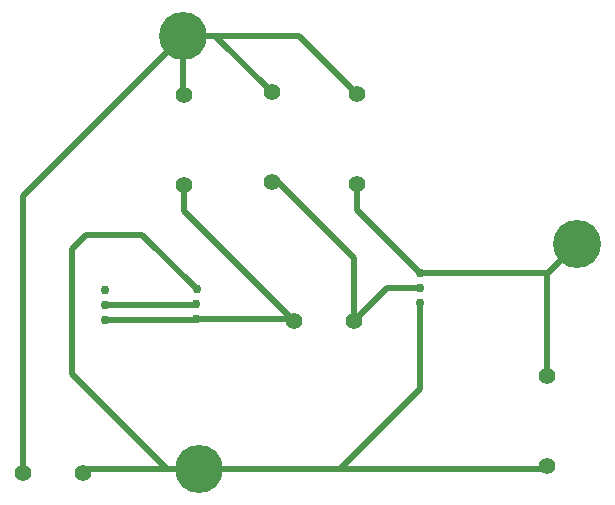
<source format=gtl>
G04 (created by PCBNEW (2013-07-07 BZR 4022)-stable) date 1/20/2015 11:29:37 PM*
%MOIN*%
G04 Gerber Fmt 3.4, Leading zero omitted, Abs format*
%FSLAX34Y34*%
G01*
G70*
G90*
G04 APERTURE LIST*
%ADD10C,0.00590551*%
%ADD11C,0.055*%
%ADD12C,0.0295276*%
%ADD13C,0.16*%
%ADD14C,0.02*%
G04 APERTURE END LIST*
G54D10*
G54D11*
X76890Y-55612D03*
X76890Y-58612D03*
X79838Y-55524D03*
X79838Y-58524D03*
X82676Y-55568D03*
X82676Y-58568D03*
X88990Y-64962D03*
X88990Y-67962D03*
X80554Y-63140D03*
X82554Y-63140D03*
X71534Y-68222D03*
X73534Y-68222D03*
G54D12*
X74274Y-63100D03*
X74281Y-62600D03*
X74281Y-62100D03*
X77323Y-62085D03*
X77316Y-62585D03*
X77316Y-63085D03*
X84768Y-62528D03*
X84775Y-62028D03*
X84775Y-61528D03*
G54D13*
X90002Y-60566D03*
X77420Y-68076D03*
X76868Y-53636D03*
G54D14*
X77420Y-68076D02*
X76340Y-68076D01*
X75508Y-60270D02*
X77323Y-62085D01*
X73652Y-60270D02*
X75508Y-60270D01*
X73170Y-60752D02*
X73652Y-60270D01*
X73170Y-64906D02*
X73170Y-60752D01*
X76340Y-68076D02*
X73170Y-64906D01*
X84768Y-62528D02*
X84768Y-65397D01*
X82090Y-68076D02*
X77420Y-68076D01*
X84768Y-65397D02*
X82090Y-68076D01*
X77420Y-68076D02*
X88876Y-68076D01*
X88876Y-68076D02*
X88990Y-67962D01*
X77420Y-68076D02*
X73680Y-68076D01*
X73680Y-68076D02*
X73534Y-68222D01*
X74281Y-62600D02*
X77301Y-62600D01*
X77301Y-62600D02*
X77316Y-62585D01*
X76890Y-58612D02*
X76890Y-59476D01*
X76890Y-59476D02*
X80554Y-63140D01*
X77316Y-63085D02*
X80499Y-63085D01*
X80499Y-63085D02*
X80554Y-63140D01*
X74274Y-63100D02*
X77301Y-63100D01*
X77301Y-63100D02*
X77316Y-63085D01*
X84775Y-62028D02*
X83665Y-62028D01*
X83665Y-62028D02*
X82554Y-63140D01*
X79838Y-58524D02*
X80040Y-58524D01*
X82554Y-61038D02*
X82554Y-63140D01*
X80040Y-58524D02*
X82554Y-61038D01*
X82676Y-58568D02*
X82676Y-59429D01*
X82676Y-59429D02*
X84775Y-61528D01*
X84775Y-61528D02*
X89039Y-61528D01*
X89039Y-61528D02*
X90002Y-60566D01*
X88990Y-64962D02*
X88990Y-61578D01*
X88990Y-61578D02*
X90002Y-60566D01*
X77946Y-53636D02*
X80744Y-53636D01*
X80744Y-53636D02*
X82676Y-55568D01*
X76868Y-53636D02*
X77946Y-53636D01*
X77946Y-53636D02*
X77950Y-53636D01*
X77950Y-53636D02*
X79838Y-55524D01*
X76868Y-53636D02*
X76868Y-55590D01*
X76868Y-55590D02*
X76890Y-55612D01*
X71534Y-68222D02*
X71534Y-58970D01*
X71534Y-58970D02*
X76868Y-53636D01*
M02*

</source>
